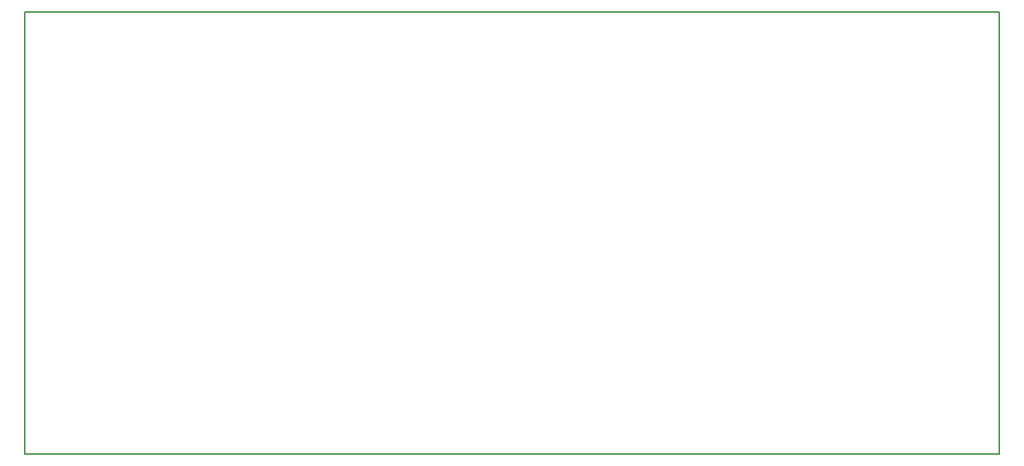
<source format=gbr>
G04 #@! TF.FileFunction,Profile,NP*
%FSLAX46Y46*%
G04 Gerber Fmt 4.6, Leading zero omitted, Abs format (unit mm)*
G04 Created by KiCad (PCBNEW 4.0.6-e0-6349~53~ubuntu16.04.1) date Sun Aug 13 20:05:00 2017*
%MOMM*%
%LPD*%
G01*
G04 APERTURE LIST*
%ADD10C,0.100000*%
%ADD11C,0.150000*%
G04 APERTURE END LIST*
D10*
D11*
X48000000Y-165000000D02*
X48000000Y-115000000D01*
X158000000Y-165000000D02*
X48000000Y-165000000D01*
X158000000Y-115000000D02*
X158000000Y-165000000D01*
X48000000Y-115000000D02*
X158000000Y-115000000D01*
M02*

</source>
